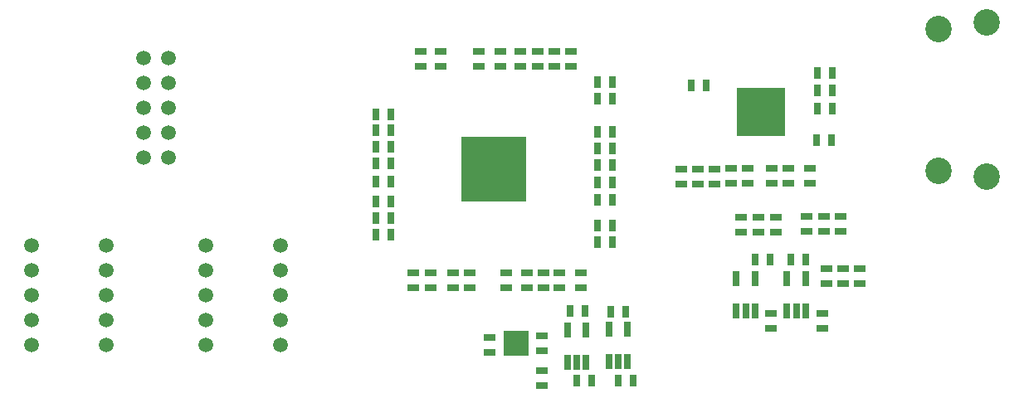
<source format=gbs>
G04 #@! TF.FileFunction,Soldermask,Bot*
%FSLAX46Y46*%
G04 Gerber Fmt 4.6, Leading zero omitted, Abs format (unit mm)*
G04 Created by KiCad (PCBNEW 4.0.7+dfsg1-1) date Sun Apr 22 11:28:12 2018*
%MOMM*%
%LPD*%
G01*
G04 APERTURE LIST*
%ADD10C,0.150000*%
%ADD11C,1.506220*%
%ADD12R,0.650000X1.560000*%
%ADD13C,2.700000*%
%ADD14R,1.143000X0.635000*%
%ADD15R,0.635000X1.143000*%
%ADD16C,1.500000*%
%ADD17R,5.000000X5.000000*%
%ADD18C,2.250000*%
%ADD19C,0.700000*%
%ADD20R,6.700000X6.700000*%
%ADD21C,0.690000*%
%ADD22R,2.500000X2.500000*%
G04 APERTURE END LIST*
D10*
D11*
X57415000Y-44094000D03*
X54875000Y-44094000D03*
X57415000Y-41554000D03*
X54875000Y-41554000D03*
X57415000Y-39014000D03*
X54875000Y-39014000D03*
X57415000Y-36474000D03*
X54875000Y-36474000D03*
X57415000Y-33934000D03*
X54875000Y-33934000D03*
D12*
X122410000Y-59774000D03*
X121460000Y-59774000D03*
X120510000Y-59774000D03*
X120510000Y-56474000D03*
X122410000Y-56474000D03*
X99990000Y-65004000D03*
X99040000Y-65004000D03*
X98090000Y-65004000D03*
X98090000Y-61704000D03*
X99990000Y-61704000D03*
X104230000Y-64964000D03*
X103280000Y-64964000D03*
X102330000Y-64964000D03*
X102330000Y-61664000D03*
X104230000Y-61664000D03*
X117230000Y-59774000D03*
X116280000Y-59774000D03*
X115330000Y-59774000D03*
X115330000Y-56474000D03*
X117230000Y-56474000D03*
D13*
X135951000Y-30961000D03*
X135951000Y-45461000D03*
X140901000Y-46061000D03*
X140901000Y-30361000D03*
D14*
X126240000Y-55448000D03*
X126240000Y-56972000D03*
X117600000Y-51762000D03*
X117600000Y-50238000D03*
X124260000Y-51652000D03*
X124260000Y-50128000D03*
X91230000Y-34796000D03*
X91230000Y-33272000D03*
X88110000Y-55908000D03*
X88110000Y-57432000D03*
X86460000Y-57432000D03*
X86460000Y-55908000D03*
X95510000Y-67392000D03*
X95510000Y-65868000D03*
D15*
X101138000Y-36430000D03*
X102662000Y-36430000D03*
X80052000Y-46574000D03*
X78528000Y-46574000D03*
X101128000Y-51074000D03*
X102652000Y-51074000D03*
X117238000Y-54580000D03*
X118762000Y-54580000D03*
X104032000Y-59844000D03*
X102508000Y-59844000D03*
X99922000Y-59784000D03*
X98398000Y-59784000D03*
X100572000Y-66874000D03*
X99048000Y-66874000D03*
D14*
X118870000Y-61572000D03*
X118870000Y-60048000D03*
D15*
X104802000Y-66874000D03*
X103278000Y-66874000D03*
X122452000Y-54544000D03*
X120928000Y-54544000D03*
D14*
X124080000Y-61602000D03*
X124080000Y-60078000D03*
X115850000Y-51752000D03*
X115850000Y-50228000D03*
X122510000Y-51642000D03*
X122510000Y-50118000D03*
D15*
X123568000Y-39124000D03*
X125092000Y-39124000D03*
X123558000Y-42334000D03*
X125082000Y-42334000D03*
X123578000Y-37224000D03*
X125102000Y-37224000D03*
X112242000Y-36770000D03*
X110718000Y-36770000D03*
X123578000Y-35524000D03*
X125102000Y-35524000D03*
D14*
X122830000Y-45248000D03*
X122830000Y-46772000D03*
X116510000Y-45258000D03*
X116510000Y-46782000D03*
X114790000Y-45258000D03*
X114790000Y-46782000D03*
X124560000Y-56972000D03*
X124560000Y-55448000D03*
X109720000Y-46822000D03*
X109720000Y-45298000D03*
X120600000Y-45248000D03*
X120600000Y-46772000D03*
X118940000Y-45248000D03*
X118940000Y-46772000D03*
X96740000Y-34796000D03*
X96740000Y-33272000D03*
X93320000Y-34806000D03*
X93320000Y-33282000D03*
X85130000Y-34796000D03*
X85130000Y-33272000D03*
X98440000Y-34796000D03*
X98440000Y-33272000D03*
X95050000Y-34796000D03*
X95050000Y-33272000D03*
X89080000Y-34796000D03*
X89080000Y-33272000D03*
X83120000Y-34796000D03*
X83120000Y-33272000D03*
D15*
X101138000Y-38074000D03*
X102662000Y-38074000D03*
X80042000Y-39694000D03*
X78518000Y-39694000D03*
X80042000Y-41314000D03*
X78518000Y-41314000D03*
X80042000Y-44684000D03*
X78518000Y-44684000D03*
X101138000Y-44894000D03*
X102662000Y-44894000D03*
X101138000Y-48414000D03*
X102662000Y-48414000D03*
X80052000Y-50334000D03*
X78528000Y-50334000D03*
X101128000Y-52734000D03*
X102652000Y-52734000D03*
D14*
X99460000Y-55868000D03*
X99460000Y-57392000D03*
X93990000Y-55868000D03*
X93990000Y-57392000D03*
X82360000Y-55912000D03*
X82360000Y-57436000D03*
X97310000Y-55862000D03*
X97310000Y-57386000D03*
X95690000Y-55862000D03*
X95690000Y-57386000D03*
X91850000Y-55878000D03*
X91850000Y-57402000D03*
X84130000Y-55912000D03*
X84130000Y-57436000D03*
X90170000Y-63982000D03*
X90170000Y-62458000D03*
X113100000Y-45288000D03*
X113100000Y-46812000D03*
X127920000Y-55448000D03*
X127920000Y-56972000D03*
X119330000Y-50238000D03*
X119330000Y-51762000D03*
X126010000Y-50128000D03*
X126010000Y-51652000D03*
X111420000Y-45288000D03*
X111420000Y-46812000D03*
X95510000Y-63886000D03*
X95510000Y-62362000D03*
D15*
X80042000Y-52004000D03*
X78518000Y-52004000D03*
X101138000Y-46654000D03*
X102662000Y-46654000D03*
X80052000Y-48574000D03*
X78528000Y-48574000D03*
X80042000Y-43024000D03*
X78518000Y-43024000D03*
X101138000Y-43154000D03*
X102662000Y-43154000D03*
X101128000Y-41504000D03*
X102652000Y-41504000D03*
D16*
X61225000Y-53074000D03*
X68845000Y-63234000D03*
X61225000Y-55614000D03*
X68845000Y-60694000D03*
X61225000Y-58154000D03*
X68845000Y-58154000D03*
X61225000Y-60694000D03*
X68845000Y-55614000D03*
X61225000Y-63234000D03*
X68845000Y-53074000D03*
X43445000Y-53074000D03*
X51065000Y-63234000D03*
X43445000Y-55614000D03*
X51065000Y-60694000D03*
X43445000Y-58154000D03*
X51065000Y-58154000D03*
X43445000Y-60694000D03*
X51065000Y-55614000D03*
X43445000Y-63234000D03*
X51065000Y-53074000D03*
D17*
X117830600Y-39509200D03*
D18*
X117830600Y-39509200D03*
D19*
X115830600Y-41509200D03*
X115830600Y-40509200D03*
X115830600Y-39509200D03*
X115830600Y-38509200D03*
X115830600Y-37509200D03*
X116830600Y-41509200D03*
X116830600Y-40509200D03*
X116830600Y-38509200D03*
X116830600Y-37509200D03*
X117830600Y-41509200D03*
X117830600Y-37509200D03*
X118830600Y-41509200D03*
X118830600Y-40509200D03*
X118830600Y-38509200D03*
X118830600Y-37509200D03*
X119830600Y-41509200D03*
X119830600Y-40509200D03*
X119830600Y-39509200D03*
X119830600Y-38509200D03*
X119830600Y-37509200D03*
D20*
X90587000Y-45335000D03*
D21*
X88037000Y-47885000D03*
X88037000Y-47035000D03*
X88037000Y-46185000D03*
X88037000Y-45335000D03*
X88037000Y-44485000D03*
X88037000Y-43635000D03*
X88037000Y-42785000D03*
X88887000Y-47885000D03*
X88887000Y-47035000D03*
X88887000Y-46185000D03*
X88887000Y-45335000D03*
X88887000Y-44485000D03*
X88887000Y-43635000D03*
X88887000Y-42785000D03*
X89737000Y-47885000D03*
X89737000Y-47035000D03*
X89737000Y-43635000D03*
X89737000Y-42785000D03*
X90587000Y-47885000D03*
X90587000Y-47035000D03*
X90587000Y-43635000D03*
X90587000Y-42785000D03*
X91437000Y-47885000D03*
X91437000Y-47035000D03*
X91437000Y-43635000D03*
X91437000Y-42785000D03*
X92287000Y-47885000D03*
X92287000Y-47035000D03*
X92287000Y-46185000D03*
X92287000Y-45335000D03*
X92287000Y-44485000D03*
X92287000Y-43635000D03*
X92287000Y-42785000D03*
X93137000Y-47885000D03*
X93137000Y-47035000D03*
X93137000Y-46185000D03*
X93137000Y-45335000D03*
X93137000Y-44485000D03*
X93137000Y-43635000D03*
X93137000Y-42785000D03*
D18*
X90587000Y-45335000D03*
D22*
X92848000Y-63119000D03*
D18*
X92848000Y-63119000D03*
M02*

</source>
